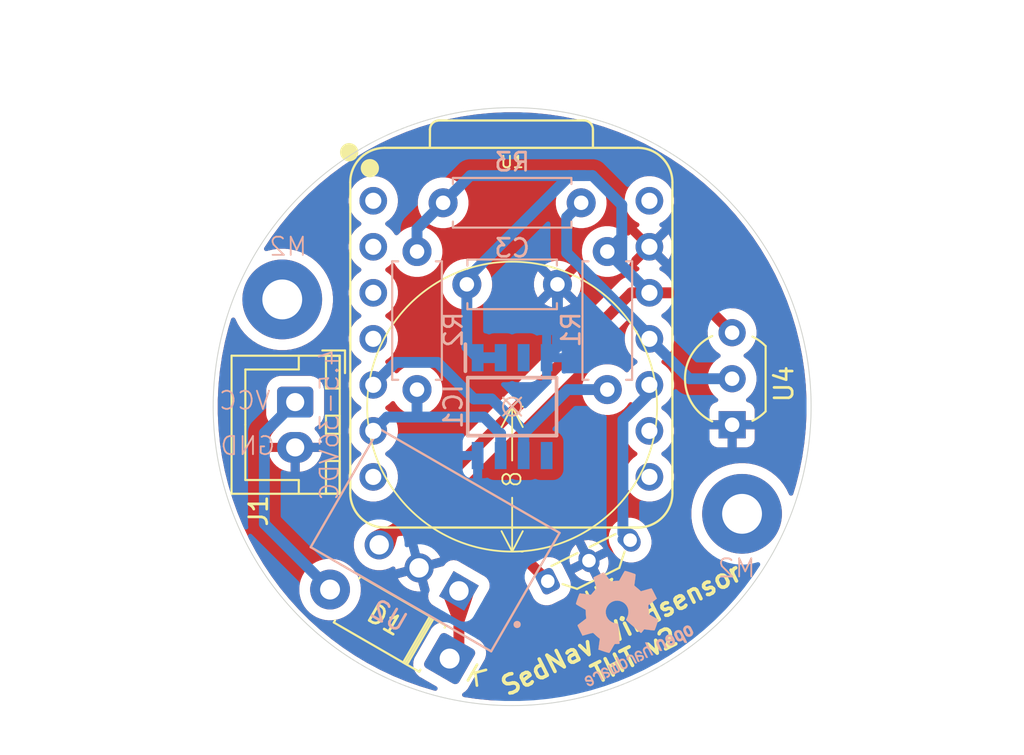
<source format=kicad_pcb>
(kicad_pcb (version 20241229) (generator "pcbnew") (generator_version "9.0")
  (layers (0 "F.Cu" signal) (2 "B.Cu" signal) (13 "F.Paste" user) (15 "B.Paste" user) (5 "F.SilkS" user "F.Silkscreen") (7 "B.SilkS" user "B.Silkscreen") (1 "F.Mask" user) (3 "B.Mask" user) (25 "Edge.Cuts" user))
  (net 0 "")
  (net 1 "+3.3V")
  (net 3 "GND")
  (net 9 "Net-(U1-GPIO20{slash}D9{slash}MISO)")
  (net 11 "Net-(IC1-SDA)")
  (net 12 "Net-(IC1-SCL)")
  (net 14 "VCC")
  (net 16 "Net-(D1-K)")
  (net 17 "Net-(U1-GPIO18{slash}D10{slash}MOSI)")
  (footprint "Custom:SS411P" (layer "F.Cu") (at 136.953879 65.501876 26.5)
    (property "Reference" "U3" (at -0.132528 2.023669 26.5) (layer "F.SilkS"))
    (property "Value" "SS411P" (hide yes))
    (pad "1" thru_hole roundrect (at -2.54 -0.000001 26.5) (size 1.05 1.3) (drill 0.75) (layers "*.Cu" "*.Mask") (roundrect_rratio 0.238) (net 1 "+3.3V"))
    (pad "2" thru_hole oval (at 0 0 26.5) (size 1.05 1.3) (drill 0.75) (layers "*.Cu" "*.Mask") (net 3 "GND"))
    (pad "3" thru_hole oval (at 2.54 0.000001 26.5) (size 1.05 1.3) (drill 0.75) (layers "*.Cu" "*.Mask") (net 9 "Net-(U1-GPIO20{slash}D9{slash}MISO)"))
  )
  (footprint "Package_TO_SOT_THT:TO-92_Inline_Wide" (layer "F.Cu") (at 144.855 58 90)
    (property "Reference" "U4" (at 2.25 2.86 90) (layer "F.SilkS"))
    (property "Value" "DS18B20")
    (pad "1" thru_hole rect (at 0 0 90) (size 1.5 1.5) (drill 0.8) (layers "*.Cu" "*.Mask") (net 3 "GND"))
    (pad "2" thru_hole circle (at 2.54 0 90) (size 1.5 1.5) (drill 0.8) (layers "*.Cu" "*.Mask") (net 17 "Net-(U1-GPIO18{slash}D10{slash}MOSI)"))
    (pad "3" thru_hole circle (at 5.08 0 90) (size 1.5 1.5) (drill 0.8) (layers "*.Cu" "*.Mask") (net 1 "+3.3V"))
  )
  (footprint "Seeed Studio XIAO Series Library:XIAO-ESP32C6-THT" (layer "F.Cu") (at 132.715 53.25875)
    (property "Reference" "U1" (at 0 -9.75875 0) (layer "F.SilkS") (effects (font (size 0.635 0.635) (thickness 0.1016))))
    (property "Value" "XIAO-ESP32-C6")
    (pad "1" thru_hole circle (at -7.665 -7.62 180) (size 1.524 1.524) (drill 0.889) (layers "*.Cu" "*.Mask"))
    (pad "2" thru_hole circle (at -7.665 -5.08 180) (size 1.524 1.524) (drill 0.889) (layers "*.Cu" "*.Mask"))
    (pad "3" thru_hole circle (at -7.665 -2.54 180) (size 1.524 1.524) (drill 0.889) (layers "*.Cu" "*.Mask"))
    (pad "4" thru_hole circle (at -7.665 0 180) (size 1.524 1.524) (drill 0.889) (layers "*.Cu" "*.Mask"))
    (pad "5" thru_hole circle (at -7.665 2.54 180) (size 1.524 1.524) (drill 0.889) (layers "*.Cu" "*.Mask") (net 11 "Net-(IC1-SDA)"))
    (pad "6" thru_hole circle (at -7.665 5.08 180) (size 1.524 1.524) (drill 0.889) (layers "*.Cu" "*.Mask") (net 12 "Net-(IC1-SCL)"))
    (pad "7" thru_hole circle (at -7.665 7.62 180) (size 1.524 1.524) (drill 0.889) (layers "*.Cu" "*.Mask"))
    (pad "8" thru_hole circle (at 7.575 7.62) (size 1.524 1.524) (drill 0.889) (layers "*.Cu" "*.Mask"))
    (pad "9" thru_hole circle (at 7.575 5.08) (size 1.524 1.524) (drill 0.889) (layers "*.Cu" "*.Mask"))
    (pad "10" thru_hole circle (at 7.575 2.54) (size 1.524 1.524) (drill 0.889) (layers "*.Cu" "*.Mask") (net 9 "Net-(U1-GPIO20{slash}D9{slash}MISO)"))
    (pad "11" thru_hole circle (at 7.575 0) (size 1.524 1.524) (drill 0.889) (layers "*.Cu" "*.Mask") (net 17 "Net-(U1-GPIO18{slash}D10{slash}MOSI)"))
    (pad "12" thru_hole circle (at 7.575 -2.54) (size 1.524 1.524) (drill 0.889) (layers "*.Cu" "*.Mask") (net 1 "+3.3V"))
    (pad "13" thru_hole circle (at 7.575 -5.08) (size 1.524 1.524) (drill 0.889) (layers "*.Cu" "*.Mask") (net 3 "GND"))
    (pad "14" thru_hole circle (at 7.575 -7.62) (size 1.524 1.524) (drill 0.889) (layers "*.Cu" "*.Mask"))
  )
  (footprint "Connector_JST:JST_XH_B2B-XH-A_1x02_P2.50mm_Vertical" (layer "F.Cu") (at 120.74 56.75 -90)
    (property "Reference" "J1" (at 6 2.025 90) (layer "F.SilkS"))
    (property "Value" "Conn_01x02_Pin" (hide yes))
    (pad "1" thru_hole roundrect (at 0 0 270) (size 1.7 2) (drill 1) (layers "*.Cu" "*.Mask") (roundrect_rratio 0.147059) (net 14 "VCC"))
    (pad "2" thru_hole oval (at 2.5 0 270) (size 1.7 2) (drill 1) (layers "*.Cu" "*.Mask") (net 3 "GND"))
  )
  (footprint "Diode_THT:D_DO-41_SOD81_P7.62mm_Horizontal" (layer "F.Cu") (at 129.264557 70.905001 150)
    (property "Reference" "D1" (at 4.158182 0.061394 150) (layer "F.SilkS"))
    (property "Value" "SB160")
    (fp_text user "K" (at -1.740308 -0.081149 150) (layer "F.SilkS"))
    (pad "1" thru_hole roundrect (at 0 0 150) (size 2.2 2.2) (drill 1.1) (layers "*.Cu" "*.Mask") (roundrect_rratio 0.113636) (net 16 "Net-(D1-K)"))
    (pad "2" thru_hole circle (at 7.620001 0.000001 150) (size 2.2 2.2) (drill 1.1) (layers "*.Cu" "*.Mask") (net 14 "VCC"))
  )
  (footprint "Symbol:OSHW-Logo2_7.3x6mm_SilkScreen" (layer "B.Cu") (at 138.715 68.75 -153.5)
    (property "Reference" "REF**" (hide yes))
    (property "Value" "OSHW-Logo2_7.3x6mm_SilkScreen" (hide yes))
  )
  (footprint "AS5600-ASOT:SOIC127P600X175-8N" (layer "B.Cu") (at 132.715 57 -90)
    (property "Reference" "IC1" (at 0 3.25 90) (layer "B.SilkS") (effects (justify mirror)))
    (property "Value" "AS5600-ASOT")
    (pad "1" smd rect (at -2.7 1.905 270) (size 1.5 0.65) (layers "B.Cu" "B.Mask" "B.Paste") (net 1 "+3.3V"))
    (pad "2" smd rect (at -2.7 0.635 270) (size 1.5 0.65) (layers "B.Cu" "B.Mask" "B.Paste") (net 1 "+3.3V"))
    (pad "3" smd rect (at -2.7 -0.635 270) (size 1.5 0.65) (layers "B.Cu" "B.Mask" "B.Paste"))
    (pad "4" smd rect (at -2.7 -1.905 270) (size 1.5 0.65) (layers "B.Cu" "B.Mask" "B.Paste") (net 3 "GND"))
    (pad "5" smd rect (at 2.7 -1.905 270) (size 1.5 0.65) (layers "B.Cu" "B.Mask" "B.Paste"))
    (pad "6" smd rect (at 2.7 -0.635 270) (size 1.5 0.65) (layers "B.Cu" "B.Mask" "B.Paste") (net 11 "Net-(IC1-SDA)"))
    (pad "7" smd rect (at 2.7 0.635 270) (size 1.5 0.65) (layers "B.Cu" "B.Mask" "B.Paste") (net 12 "Net-(IC1-SCL)"))
    (pad "8" smd rect (at 2.7 1.905 270) (size 1.5 0.65) (layers "B.Cu" "B.Mask" "B.Paste") (net 3 "GND"))
  )
  (footprint "Resistor_THT:R_Axial_DIN0207_L6.3mm_D2.5mm_P7.62mm_Horizontal" (layer "B.Cu") (at 128.905 45.75)
    (property "Reference" "R3" (at 3.81 -2.25 0) (layer "B.SilkS") (effects (justify mirror)))
    (property "Value" "4.7k")
    (pad "1" thru_hole circle (at 0 0) (size 1.6 1.6) (drill 0.8) (layers "*.Cu" "*.Mask") (net 1 "+3.3V"))
    (pad "2" thru_hole circle (at 7.62 0) (size 1.6 1.6) (drill 0.8) (layers "*.Cu" "*.Mask") (net 17 "Net-(U1-GPIO18{slash}D10{slash}MOSI)"))
  )
  (footprint "Capacitor_THT:C_Disc_D4.7mm_W2.5mm_P5.00mm" (layer "B.Cu") (at 130.215 50.25)
    (property "Reference" "C3" (at 2.5 -2 180) (layer "B.SilkS") (effects (justify mirror)))
    (property "Value" "100nF")
    (pad "1" thru_hole circle (at 0 0) (size 1.6 1.6) (drill 0.8) (layers "*.Cu" "*.Mask") (net 1 "+3.3V"))
    (pad "2" thru_hole circle (at 5 0) (size 1.6 1.6) (drill 0.8) (layers "*.Cu" "*.Mask") (net 3 "GND"))
  )
  (footprint "Resistor_THT:R_Axial_DIN0207_L6.3mm_D2.5mm_P7.62mm_Horizontal" (layer "B.Cu") (at 137.965 56.06 90)
    (property "Reference" "R1" (at 3.31 -2 90) (layer "B.SilkS") (effects (justify mirror)))
    (property "Value" "4.7k")
    (pad "1" thru_hole circle (at 0 0 90) (size 1.6 1.6) (drill 0.8) (layers "*.Cu" "*.Mask") (net 11 "Net-(IC1-SDA)"))
    (pad "2" thru_hole circle (at 7.62 0 90) (size 1.6 1.6) (drill 0.8) (layers "*.Cu" "*.Mask") (net 1 "+3.3V"))
  )
  (footprint "MountingHole:MountingHole_2.2mm_M2_Pad_TopBottom" (layer "B.Cu") (at 120.026691 51.083344 180)
    (property "Reference" "M2_1" (hide yes))
    (property "Value" "MountingHole_2.2mm_M2_Pad_TopBottom")
    (pad "1" thru_hole circle (at 0 0 180) (size 2.6 2.6) (drill 2.2) (layers "*.Cu" "*.Mask"))
    (pad "1" connect circle (at 0 0 180) (size 4.4 4.4) (layers "F.Cu" "F.Mask"))
    (pad "1" connect circle (at 0 0 180) (size 4.4 4.4) (layers "B.Cu" "B.Mask"))
  )
  (footprint "Custom:CONV_R-78K3.3-0.5" (layer "B.Cu") (at 128.465 64.361216 150)
    (property "Reference" "U2" (at 0.121088 -4.902921 150) (layer "B.SilkS") (effects (justify mirror)))
    (property "Value" "StpDwnE3.3-0.5" (hide yes))
    (pad "1" thru_hole rect (at -2.540001 -1.774999 150) (size 1.605 1.605) (drill 1.07) (layers "*.Cu" "*.Mask") (net 16 "Net-(D1-K)"))
    (pad "2" thru_hole circle (at -0.000001 -1.775 150) (size 1.605 1.605) (drill 1.07) (layers "*.Cu" "*.Mask") (net 3 "GND"))
    (pad "3" thru_hole circle (at 2.539999 -1.775001 150) (size 1.605 1.605) (drill 1.07) (layers "*.Cu" "*.Mask") (net 1 "+3.3V"))
  )
  (footprint "MountingHole:MountingHole_2.2mm_M2_Pad_TopBottom" (layer "B.Cu") (at 145.403309 62.916656 180)
    (property "Reference" "M2_2" (hide yes))
    (property "Value" "MountingHole_2.2mm_M2_Pad_TopBottom")
    (pad "1" thru_hole circle (at 0 0 180) (size 2.6 2.6) (drill 2.2) (layers "*.Cu" "*.Mask"))
    (pad "1" connect circle (at 0 0 180) (size 4.4 4.4) (layers "F.Cu" "F.Mask"))
    (pad "1" connect circle (at 0 0 180) (size 4.4 4.4) (layers "B.Cu" "B.Mask"))
  )
  (footprint "Resistor_THT:R_Axial_DIN0207_L6.3mm_D2.5mm_P7.62mm_Horizontal" (layer "B.Cu") (at 127.465 56.06 90)
    (property "Reference" "R2" (at 3.31 2 90) (layer "B.SilkS") (effects (justify mirror)))
    (property "Value" "4.7k")
    (pad "1" thru_hole circle (at 0 0 90) (size 1.6 1.6) (drill 0.8) (layers "*.Cu" "*.Mask") (net 12 "Net-(IC1-SCL)"))
    (pad "2" thru_hole circle (at 7.62 0 90) (size 1.6 1.6) (drill 0.8) (layers "*.Cu" "*.Mask") (net 1 "+3.3V"))
  )
  (gr_circle (center 132.715 57) (end 132.715 56.5) (stroke (width 0.1)) (fill no) (layer "F.SilkS"))
  (gr_circle (center 132.715 57) (end 140.715 57) (stroke (width 0.1)) (fill no) (layer "F.SilkS"))
  (gr_line (start 132.215 56.5) (end 133.215 57.5) (stroke (width 0.1)) (layer "F.SilkS"))
  (gr_line (start 133.215 56.5) (end 132.215 57.5) (stroke (width 0.1)) (layer "F.SilkS"))
  (gr_line (start 133.215 56.5) (end 132.215 57.5) (stroke (width 0.1)) (layer "B.SilkS"))
  (gr_circle (center 132.715 57) (end 132.715 56.5) (stroke (width 0.1)) (fill no) (layer "B.SilkS"))
  (gr_line (start 132.215 56.5) (end 133.215 57.5) (stroke (width 0.1)) (layer "B.SilkS"))
  (gr_circle (center 132.715 57) (end 149.215 57) (stroke (width 0.05)) (fill no) (layer "Edge.Cuts"))
  (gr_text "SedNav Windsensor\nTHT v2" (at 139.715 71.25 26.5) (layer "F.Cu") (effects (font (size 1 1) (thickness 0.2) (bold yes)) (justify bottom)))
  (gr_text "SedNav Windsensor\nTHT v2" (at 139.715 71.25 26.5) (layer "F.SilkS") (effects (font (size 1 1) (thickness 0.2) (bold yes)) (justify bottom)))
  (gr_text "4.5-36VDC" (at 123.215 58 90) (layer "B.SilkS") (effects (font (size 1 1) (thickness 0.1)) (justify bottom mirror)))
  (gr_text "GND" (at 119.715 59.75 0) (layer "B.SilkS") (effects (font (size 1 1) (thickness 0.1)) (justify left bottom mirror)))
  (gr_text "VCC" (at 116.465 57.25 0) (layer "B.SilkS") (effects (font (size 1 1) (thickness 0.1)) (justify right bottom mirror)))
  (gr_text "M2" (at 121.465 48.75 0) (layer "B.SilkS") (effects (font (size 1 1) (thickness 0.1)) (justify left bottom mirror)))
  (gr_text "M2" (at 146.215 66.5 0) (layer "B.SilkS") (effects (font (size 1 1) (thickness 0.1)) (justify left bottom mirror)))
  (dimension (type aligned) (layer "F.SilkS") (pts (xy 132.715 57) (xy 132.715 65)) (height 0) (format (prefix "") (suffix "") (units 3) (units_format 0) (precision 4) (suppress_zeroes yes)) (style (thickness 0.1) (arrow_length 1.27) (text_position_mode 2) (arrow_direction outward) (extension_height 0.58642) (extension_offset 0.5) (keep_text_aligned yes)) (gr_text "8" (at 132.714999 60.999962 90) (layer "F.SilkS") (effects (font (size 1 1) (thickness 0.1)))))
  (segment (start 139.287458 50.71875) (end 140.29 50.71875) (width 0.6) (layer "F.Cu") (net 1))
  (segment (start 125.377796 64.628412) (end 126.180296 63.825912) (width 0.6) (layer "F.Cu") (net 1))
  (segment (start 142.65375 50.71875) (end 144.855 52.92) (width 0.6) (layer "F.Cu") (net 1))
  (segment (start 125.377796 64.628412) (end 139.287458 50.71875) (width 0.6) (layer "F.Cu") (net 1))
  (segment (start 140.29 50.71875) (end 142.65375 50.71875) (width 0.6) (layer "F.Cu") (net 1))
  (segment (start 131.871439 63.825912) (end 134.680745 66.635218) (width 0.6) (layer "F.Cu") (net 1))
  (segment (start 126.180296 63.825912) (end 131.871439 63.825912) (width 0.6) (layer "F.Cu") (net 1))
  (segment (start 137.146735 44.249) (end 138.764999 45.867264) (width 0.6) (layer "B.Cu") (net 1))
  (segment (start 140.24375 50.71875) (end 137.965 48.44) (width 0.6) (layer "B.Cu") (net 1))
  (segment (start 130.215 50.25) (end 130.215 53.705) (width 0.6) (layer "B.Cu") (net 1))
  (segment (start 140.29 50.71875) (end 138.764999 49.193749) (width 0.6) (layer "B.Cu") (net 1))
  (segment (start 130.406 44.249) (end 135.903265 44.249) (width 0.6) (layer "B.Cu") (net 1))
  (segment (start 127.465 47.19) (end 128.905 45.75) (width 0.6) (layer "B.Cu") (net 1))
  (segment (start 135.903265 44.249) (end 136.715 44.249) (width 0.6) (layer "B.Cu") (net 1))
  (segment (start 127.465 48.44) (end 127.465 47.19) (width 0.6) (layer "B.Cu") (net 1))
  (segment (start 140.29 50.71875) (end 140.24375 50.71875) (width 0.6) (layer "B.Cu") (net 1))
  (segment (start 138.764999 49.193749) (end 138.764999 47.640001) (width 0.6) (layer "B.Cu") (net 1))
  (segment (start 128.905 45.75) (end 130.406 44.249) (width 0.6) (layer "B.Cu") (net 1))
  (segment (start 138.764999 45.867264) (end 138.764999 47.640001) (width 0.6) (layer "B.Cu") (net 1))
  (segment (start 138.764999 47.640001) (end 137.965 48.44) (width 0.6) (layer "B.Cu") (net 1))
  (segment (start 130.215 53.705) (end 130.81 54.3) (width 0.6) (layer "B.Cu") (net 1))
  (segment (start 130.215 50.25) (end 130.215 49.937265) (width 0.6) (layer "B.Cu") (net 1))
  (segment (start 130.215 49.937265) (end 135.903265 44.249) (width 0.6) (layer "B.Cu") (net 1))
  (segment (start 135.903265 44.249) (end 137.146735 44.249) (width 0.6) (layer "B.Cu") (net 1))
  (segment (start 130.81 54.3) (end 132.08 54.3) (width 0.6) (layer "B.Cu") (net 1))
  (segment (start 135.215 50.25) (end 135.215 53.705) (width 0.6) (layer "B.Cu") (net 3))
  (segment (start 135.215 53.705) (end 134.62 54.3) (width 0.6) (layer "B.Cu") (net 3))
  (segment (start 139.227013 64.368534) (end 138.827 63.968521) (width 0.6) (layer "B.Cu") (net 9))
  (segment (start 138.827 57.732755) (end 140.29 56.269755) (width 0.6) (layer "B.Cu") (net 9))
  (segment (start 140.29 56.269755) (end 140.29 55.79875) (width 0.6) (layer "B.Cu") (net 9))
  (segment (start 138.827 64.331579) (end 139.031895 64.536474) (width 0.6) (layer "B.Cu") (net 9))
  (segment (start 138.827 63.968521) (end 138.827 57.732755) (width 0.6) (layer "B.Cu") (net 9))
  (segment (start 135.783 56.06) (end 133.35 58.493) (width 0.6) (layer "B.Cu") (net 11))
  (segment (start 137.965 56.06) (end 135.783 56.06) (width 0.6) (layer "B.Cu") (net 11))
  (segment (start 133.35 58.347372) (end 133.35 59.7) (width 0.6) (layer "B.Cu") (net 11))
  (segment (start 126.28975 54.559) (end 128.592 54.559) (width 0.6) (layer "B.Cu") (net 11))
  (segment (start 128.592 54.559) (end 130.608751 56.575751) (width 0.6) (layer "B.Cu") (net 11))
  (segment (start 130.608751 56.575751) (end 131.578379 56.575751) (width 0.6) (layer "B.Cu") (net 11))
  (segment (start 131.578379 56.575751) (end 133.35 58.347372) (width 0.6) (layer "B.Cu") (net 11))
  (segment (start 125.05 55.79875) (end 126.28975 54.559) (width 0.6) (layer "B.Cu") (net 11))
  (segment (start 133.35 58.493) (end 133.35 59.7) (width 0.6) (layer "B.Cu") (net 11))
  (segment (start 125.811999 57.576751) (end 125.05 58.33875) (width 0.6) (layer "B.Cu") (net 12))
  (segment (start 132.08 58.493) (end 131.163751 57.576751) (width 0.6) (layer "B.Cu") (net 12))
  (segment (start 127.465 56.06) (end 127.465 57.576751) (width 0.6) (layer "B.Cu") (net 12))
  (segment (start 131.163751 57.576751) (end 127.465 57.576751) (width 0.6) (layer "B.Cu") (net 12))
  (segment (start 132.08 59.7) (end 132.08 58.493) (width 0.6) (layer "B.Cu") (net 12))
  (segment (start 127.465 57.576751) (end 125.811999 57.576751) (width 0.6) (layer "B.Cu") (net 12))
  (segment (start 120.74 56.75) (end 119.039 58.451) (width 0.6) (layer "B.Cu") (net 14))
  (segment (start 119.039 63.468557) (end 122.665443 67.095) (width 0.6) (layer "B.Cu") (net 14))
  (segment (start 119.039 58.451) (end 119.039 63.468557) (width 0.6) (layer "B.Cu") (net 14))
  (segment (start 129.777206 67.168411) (end 129.777206 70.392352) (width 0.6) (layer "F.Cu") (net 16))
  (segment (start 129.777206 70.392352) (end 129.264557 70.905001) (width 0.6) (layer "F.Cu") (net 16))
  (segment (start 144.855 55.46) (end 142.49125 55.46) (width 0.6) (layer "B.Cu") (net 17))
  (segment (start 135.725001 46.549999) (end 136.525 45.75) (width 0.6) (layer "B.Cu") (net 17))
  (segment (start 140.29 53.075) (end 135.725001 48.510001) (width 0.6) (layer "B.Cu") (net 17))
  (segment (start 135.725001 48.510001) (end 135.725001 46.549999) (width 0.6) (layer "B.Cu") (net 17))
  (segment (start 142.49125 55.46) (end 140.29 53.25875) (width 0.6) (layer "B.Cu") (net 17))
  (segment (start 140.29 53.25875) (end 140.29 53.075) (width 0.6) (layer "B.Cu") (net 17))
  (zone (net 3) (net_name "GND") (layers "F.Cu" "B.Cu") (connect_pads (clearance 0.6)) (min_thickness 0.25) (fill yes (thermal_gap 0.5) (thermal_bridge_width 0.5))
    (polygon (pts (xy 127.965 76) (xy 135.715 76.25) (xy 146.715 71) (xy 157.715 65.25) (xy 157.862936 34.55797) (xy 111.862936 34.55797) (xy 111.862936 76)))
  )
)
</source>
